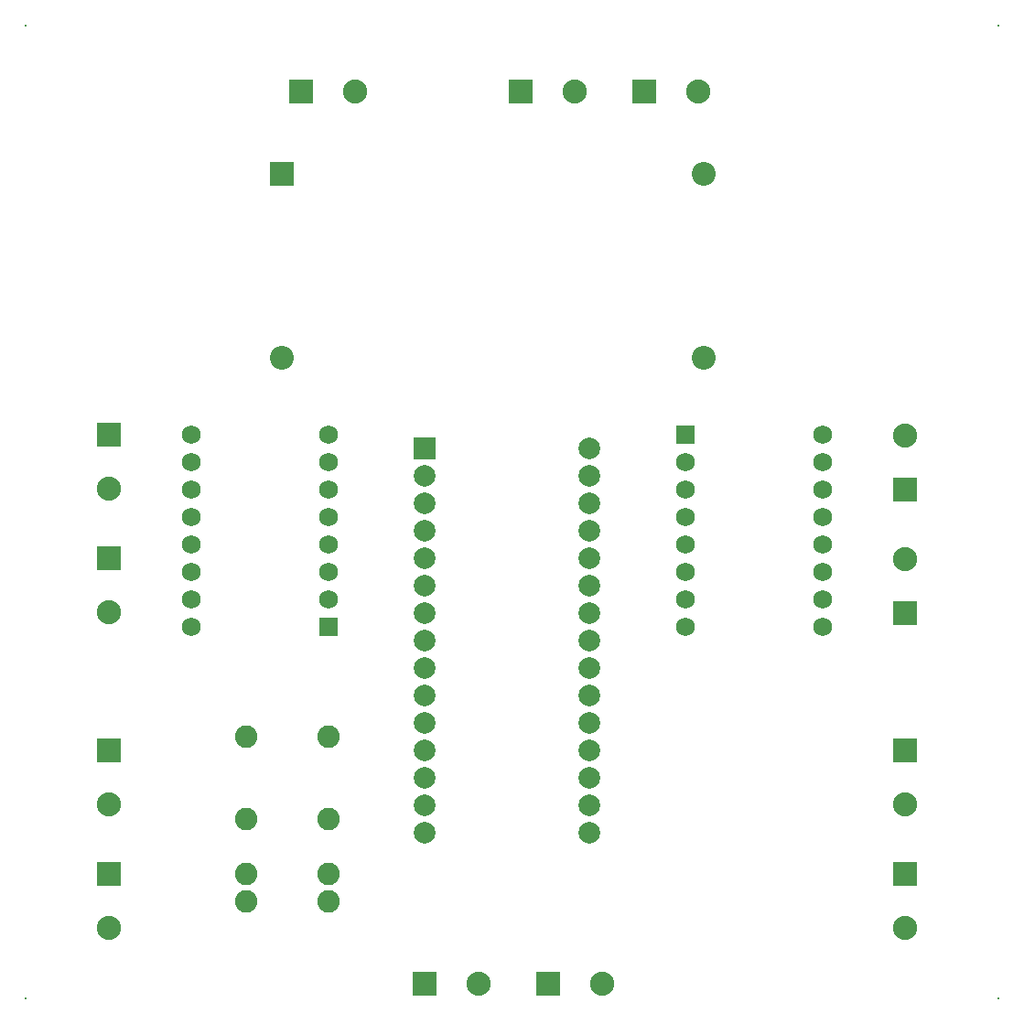
<source format=gbr>
G04 EAGLE Gerber RS-274X export*
G75*
%MOMM*%
%FSLAX34Y34*%
%LPD*%
%INSoldermask Bottom*%
%IPPOS*%
%AMOC8*
5,1,8,0,0,1.08239X$1,22.5*%
G01*
%ADD10C,0.281941*%
%ADD11C,2.082800*%
%ADD12R,2.235200X2.235200*%
%ADD13C,2.235200*%
%ADD14R,2.003200X2.003200*%
%ADD15C,2.003200*%
%ADD16R,2.203200X2.203200*%
%ADD17C,2.203200*%
%ADD18R,1.733200X1.733200*%
%ADD19C,1.733200*%


D10*
X50000Y50000D03*
X950000Y50000D03*
X950000Y950000D03*
X50000Y950000D03*
D11*
X254000Y165100D03*
X254000Y139700D03*
X330200Y165100D03*
X330200Y139700D03*
D12*
X304800Y889000D03*
D13*
X354800Y889000D03*
D12*
X127000Y571500D03*
D13*
X127000Y521500D03*
D12*
X127000Y457200D03*
D13*
X127000Y407200D03*
D12*
X863600Y406400D03*
D13*
X863600Y456400D03*
D12*
X863600Y520700D03*
D13*
X863600Y570700D03*
D12*
X508000Y889000D03*
D13*
X558000Y889000D03*
D12*
X622300Y889000D03*
D13*
X672300Y889000D03*
D11*
X254000Y292100D03*
X254000Y215900D03*
X330200Y292100D03*
X330200Y215900D03*
D14*
X419100Y558800D03*
D15*
X419100Y533400D03*
X419100Y508000D03*
X419100Y482600D03*
X419100Y457200D03*
X419100Y431800D03*
X419100Y406400D03*
X419100Y381000D03*
X419100Y355600D03*
X419100Y330200D03*
X419100Y304800D03*
X419100Y279400D03*
X419100Y254000D03*
X419100Y228600D03*
X419100Y203200D03*
X571500Y203200D03*
X571500Y228600D03*
X571500Y254000D03*
X571500Y279400D03*
X571500Y304800D03*
X571500Y330200D03*
X571500Y355600D03*
X571500Y381000D03*
X571500Y406400D03*
X571500Y431800D03*
X571500Y457200D03*
X571500Y482600D03*
X571500Y508000D03*
X571500Y533400D03*
X571500Y558800D03*
D16*
X286700Y812300D03*
D17*
X286700Y642300D03*
X676700Y642300D03*
X676700Y812300D03*
D18*
X330200Y393700D03*
D19*
X330200Y419100D03*
X330200Y444500D03*
X330200Y469900D03*
X330200Y495300D03*
X330200Y520700D03*
X330200Y546100D03*
X330200Y571500D03*
X203200Y571500D03*
X203200Y546100D03*
X203200Y520700D03*
X203200Y495300D03*
X203200Y469900D03*
X203200Y444500D03*
X203200Y419100D03*
X203200Y393700D03*
D18*
X660400Y571500D03*
D19*
X660400Y546100D03*
X660400Y520700D03*
X660400Y495300D03*
X660400Y469900D03*
X660400Y444500D03*
X660400Y419100D03*
X660400Y393700D03*
X787400Y393700D03*
X787400Y419100D03*
X787400Y444500D03*
X787400Y469900D03*
X787400Y495300D03*
X787400Y520700D03*
X787400Y546100D03*
X787400Y571500D03*
D12*
X127000Y279400D03*
D13*
X127000Y229400D03*
D12*
X127000Y165100D03*
D13*
X127000Y115100D03*
D12*
X419100Y63500D03*
D13*
X469100Y63500D03*
D12*
X533400Y63500D03*
D13*
X583400Y63500D03*
D12*
X863600Y279400D03*
D13*
X863600Y229400D03*
D12*
X863600Y165100D03*
D13*
X863600Y115100D03*
M02*

</source>
